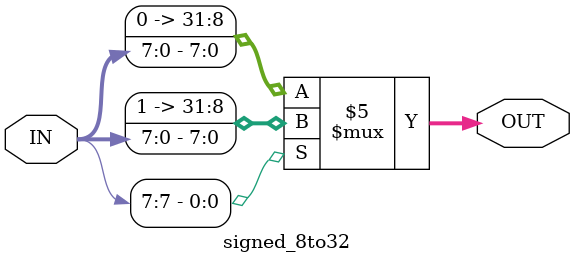
<source format=v>
`timescale 1ns / 1ps



module unsigned_5to32(IN, OUT);
input [4:0]IN;
output[31:0]OUT;
assign OUT = { {27'h0000},IN};
endmodule

module unsigned_16to32(IN, OUT);
input [15:0]IN;
output[31:0]OUT;
assign OUT = { {16'h0000},IN};
endmodule

module signed_16to32(IN, OUT);
input [15:0]IN;
output reg[31:0]OUT;
initial begin
    OUT <= 0;
    end
always @(IN)begin
    if(IN[15]==1'b1) OUT<= { {16'hffff},IN};
    else OUT<= { {16'h0000},IN};
    end
endmodule

module signed_8to32(IN, OUT);
input [7:0]IN;
output reg[31:0]OUT;
initial begin
    OUT <= 0;
    end
always @(IN)begin
    if(IN[7]==1'b1) OUT<= { {24'hffffff},IN};
    else OUT<= { {24'h0000},IN};
    end
endmodule
</source>
